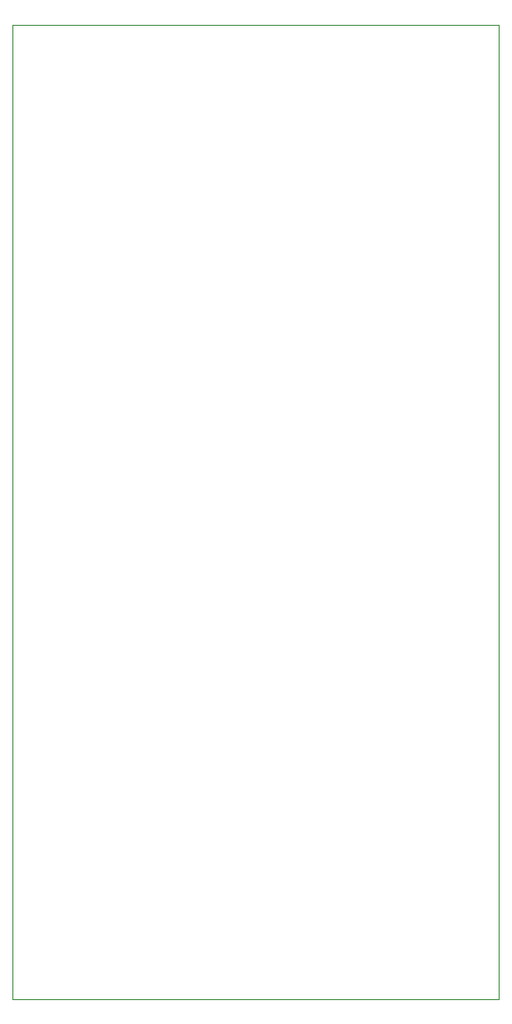
<source format=gbr>
%TF.GenerationSoftware,KiCad,Pcbnew,(5.1.10)-1*%
%TF.CreationDate,2021-10-16T09:54:26+02:00*%
%TF.ProjectId,Teleinfo,54656c65-696e-4666-9f2e-6b696361645f,rev?*%
%TF.SameCoordinates,Original*%
%TF.FileFunction,Profile,NP*%
%FSLAX46Y46*%
G04 Gerber Fmt 4.6, Leading zero omitted, Abs format (unit mm)*
G04 Created by KiCad (PCBNEW (5.1.10)-1) date 2021-10-16 09:54:26*
%MOMM*%
%LPD*%
G01*
G04 APERTURE LIST*
%TA.AperFunction,Profile*%
%ADD10C,0.100000*%
%TD*%
G04 APERTURE END LIST*
D10*
X54610000Y-139700000D02*
X54610000Y-53340000D01*
X97790000Y-53340000D02*
X97790000Y-139700000D01*
X54610000Y-53340000D02*
X97790000Y-53340000D01*
X97790000Y-139700000D02*
X54610000Y-139700000D01*
M02*

</source>
